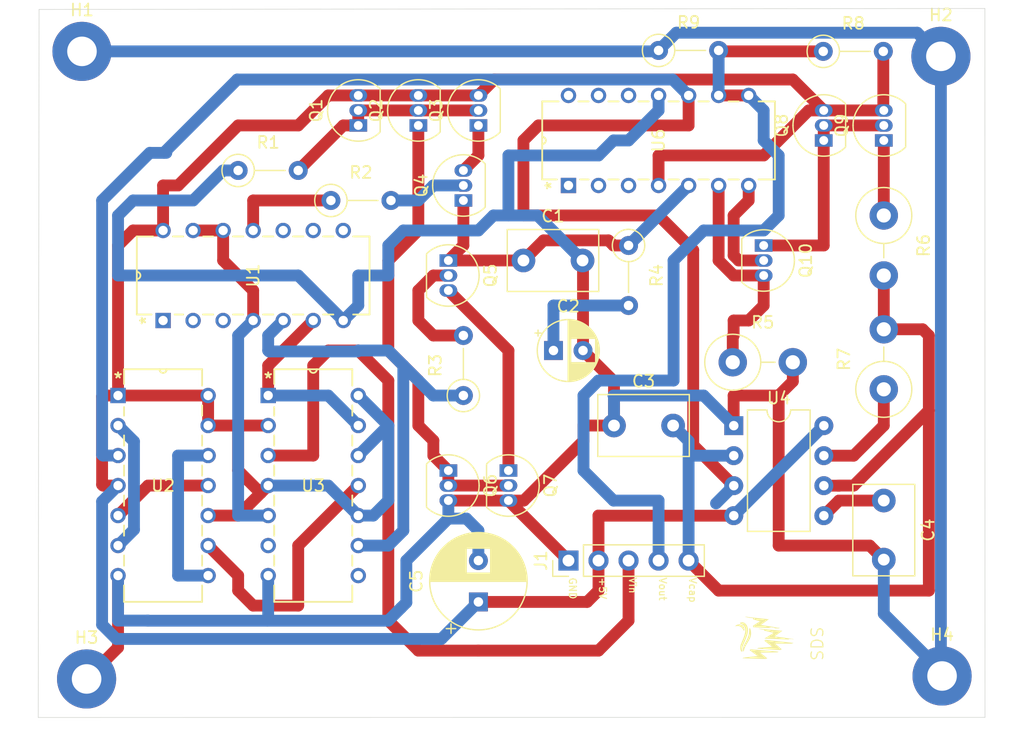
<source format=kicad_pcb>
(kicad_pcb (version 20240108) (generator "pcbnew") (generator_version "8.0")
  (layers (0 "F.Cu" signal) (31 "B.Cu" signal) (34 "B.Paste" user) (35 "F.Paste" user) (36 "B.SilkS" user "B.Silkscreen") (37 "F.SilkS" user "F.Silkscreen") (38 "B.Mask" user) (39 "F.Mask" user) (44 "Edge.Cuts" user))
  (net 0 "")
  (net 1 "Net-(Q4-C)")
  (net 2 "GND")
  (net 3 "Net-(C2-Pad1)")
  (net 4 "vcap")
  (net 5 "Net-(U4-CV)")
  (net 6 "vout")
  (net 7 "vin")
  (net 8 "VDD")
  (net 9 "Net-(Q1-B)")
  (net 10 "Net-(Q2-C)")
  (net 11 "Net-(Q3-C)")
  (net 12 "Net-(Q4-B)")
  (net 13 "Net-(Q5-E)")
  (net 14 "Net-(Q5-B)")
  (net 15 "Net-(Q10-C)")
  (net 16 "Net-(Q9-C)")
  (net 17 "Net-(Q10-E)")
  (net 18 "Net-(Q10-B)")
  (net 19 "Net-(U1-4Y)")
  (net 20 "Net-(U1-2B)")
  (net 21 "Net-(U4-DIS)")
  (net 22 "Net-(U1-2A)")
  (net 28 "Net-(U1-2Y)")
  (net 30 "Net-(U2-1CP)")
  (net 31 "Net-(U2-*2Q)")
  (net 32 "Net-(U6-3IN-)")
  (net 33 "Net-(U2-2Q)")
  (net 34 "Net-(U2-*1Q)")
  (net 43 "Net-(U2-1Q)")
  (footprint "CD74HCT74E:N14" (layer "F.Cu") (at 127 107.95)
    (property "Reference" "U3" (at -3.81 -7.62 0) (layer "F.SilkS"))
    (property "Value" "CD74HCT74E")
    (fp_text user "*" (at -7.62 -16.6497 0) (layer "F.SilkS"))
    (fp_text user "*" (at -7.62 -16.6497 0) (layer "F.SilkS"))
    (pad "1" thru_hole rect (at -7.62 -15.24) (size 1.2954 1.2954) (drill 0.7874) (layers "*.Cu" "*.Mask") (net 28 "Net-(U1-2Y)"))
    (pad "2" thru_hole circle (at -7.62 -12.7) (size 1.2954 1.2954) (drill 0.7874) (layers "*.Cu" "*.Mask") (net 8 "VDD"))
    (pad "3" thru_hole circle (at -7.62 -10.16) (size 1.2954 1.2954) (drill 0.7874) (layers "*.Cu" "*.Mask") (net 7 "vin"))
    (pad "4" thru_hole circle (at -7.62 -7.62) (size 1.2954 1.2954) (drill 0.7874) (layers "*.Cu" "*.Mask") (net 8 "VDD"))
    (pad "5" thru_hole circle (at -7.62 -5.08) (size 1.2954 1.2954) (drill 0.7874) (layers "*.Cu" "*.Mask") (net 22 "Net-(U1-2A)"))
    (pad "6" thru_hole circle (at -7.62 -2.54) (size 1.2954 1.2954) (drill 0.7874) (layers "*.Cu" "*.Mask"))
    (pad "7" thru_hole circle (at -7.62 0) (size 1.2954 1.2954) (drill 0.7874) (layers "*.Cu" "*.Mask") (net 2 "GND"))
    (pad "8" thru_hole circle (at 0 0) (size 1.2954 1.2954) (drill 0.7874) (layers "*.Cu" "*.Mask"))
    (pad "9" thru_hole circle (at 0 -2.54) (size 1.2954 1.2954) (drill 0.7874) (layers "*.Cu" "*.Mask") (net 20 "Net-(U1-2B)"))
    (pad "10" thru_hole circle (at 0 -5.08) (size 1.2954 1.2954) (drill 0.7874) (layers "*.Cu" "*.Mask") (net 8 "VDD"))
    (pad "11" thru_hole circle (at 0 -7.62) (size 1.2954 1.2954) (drill 0.7874) (layers "*.Cu" "*.Mask") (net 33 "Net-(U2-2Q)"))
    (pad "12" thru_hole circle (at 0 -10.16) (size 1.2954 1.2954) (drill 0.7874) (layers "*.Cu" "*.Mask") (net 8 "VDD"))
    (pad "13" thru_hole circle (at 0 -12.7) (size 1.2954 1.2954) (drill 0.7874) (layers "*.Cu" "*.Mask") (net 28 "Net-(U1-2Y)"))
    (pad "14" thru_hole circle (at 0 -15.24) (size 1.2954 1.2954) (drill 0.7874) (layers "*.Cu" "*.Mask") (net 8 "VDD"))
  )
  (footprint "Resistor_THT:R_Axial_DIN0414_L11.9mm_D4.5mm_P5.08mm_Vertical" (layer "F.Cu") (at 158.6755 89.8923)
    (property "Reference" "R5" (at 2.54 -3.37 0) (layer "F.SilkS"))
    (property "Value" "1k")
    (pad "1" thru_hole circle (at 0 0) (size 2.4 2.4) (drill 1.2) (layers "*.Cu" "*.Mask") (net 17 "Net-(Q10-E)"))
    (pad "2" thru_hole oval (at 5.08 0) (size 2.4 2.4) (drill 1.2) (layers "*.Cu" "*.Mask") (net 2 "GND"))
  )
  (footprint "LM324AN:N14" (layer "F.Cu") (at 160.02 67.31 90)
    (property "Reference" "U6" (at -3.81 -7.62 90) (layer "F.SilkS"))
    (property "Value" "LM324AN")
    (fp_text user "*" (at -7.62 -16.6497 90) (layer "F.SilkS"))
    (fp_text user "*" (at -7.62 -16.6497 90) (layer "F.SilkS"))
    (pad "1" thru_hole rect (at -7.62 -15.24 90) (size 1.2954 1.2954) (drill 0.7874) (layers "*.Cu" "*.Mask"))
    (pad "2" thru_hole circle (at -7.62 -12.7 90) (size 1.2954 1.2954) (drill 0.7874) (layers "*.Cu" "*.Mask"))
    (pad "3" thru_hole circle (at -7.62 -10.16 90) (size 1.2954 1.2954) (drill 0.7874) (layers "*.Cu" "*.Mask"))
    (pad "4" thru_hole circle (at -7.62 -7.62 90) (size 1.2954 1.2954) (drill 0.7874) (layers "*.Cu" "*.Mask") (net 8 "VDD"))
    (pad "5" thru_hole circle (at -7.62 -5.08 90) (size 1.2954 1.2954) (drill 0.7874) (layers "*.Cu" "*.Mask") (net 1 "Net-(Q4-C)"))
    (pad "6" thru_hole circle (at -7.62 -2.54 90) (size 1.2954 1.2954) (drill 0.7874) (layers "*.Cu" "*.Mask") (net 17 "Net-(Q10-E)"))
    (pad "7" thru_hole circle (at -7.62 0 90) (size 1.2954 1.2954) (drill 0.7874) (layers "*.Cu" "*.Mask") (net 18 "Net-(Q10-B)"))
    (pad "8" thru_hole circle (at 0 0 90) (size 1.2954 1.2954) (drill 0.7874) (layers "*.Cu" "*.Mask") (net 6 "vout"))
    (pad "9" thru_hole circle (at 0 -2.54 90) (size 1.2954 1.2954) (drill 0.7874) (layers "*.Cu" "*.Mask") (net 32 "Net-(U6-3IN-)"))
    (pad "10" thru_hole circle (at 0 -5.08 90) (size 1.2954 1.2954) (drill 0.7874) (layers "*.Cu" "*.Mask") (net 30 "Net-(U2-1CP)"))
    (pad "11" thru_hole circle (at 0 -7.62 90) (size 1.2954 1.2954) (drill 0.7874) (layers "*.Cu" "*.Mask") (net 2 "GND"))
    (pad "12" thru_hole circle (at 0 -10.16 90) (size 1.2954 1.2954) (drill 0.7874) (layers "*.Cu" "*.Mask"))
    (pad "13" thru_hole circle (at 0 -12.7 90) (size 1.2954 1.2954) (drill 0.7874) (layers "*.Cu" "*.Mask"))
    (pad "14" thru_hole circle (at 0 -15.24 90) (size 1.2954 1.2954) (drill 0.7874) (layers "*.Cu" "*.Mask"))
  )
  (footprint "Resistor_THT:R_Axial_DIN0414_L11.9mm_D4.5mm_P5.08mm_Vertical" (layer "F.Cu") (at 171.45 92.185 90)
    (property "Reference" "R7" (at 2.54 -3.37 90) (layer "F.SilkS"))
    (property "Value" "100")
    (pad "1" thru_hole circle (at 0 0 90) (size 2.4 2.4) (drill 1.2) (layers "*.Cu" "*.Mask") (net 21 "Net-(U4-DIS)"))
    (pad "2" thru_hole oval (at 5.08 0 90) (size 2.4 2.4) (drill 1.2) (layers "*.Cu" "*.Mask") (net 4 "vcap"))
  )
  (footprint "Capacitor_THT:C_Disc_D7.5mm_W5.0mm_P5.00mm" (layer "F.Cu") (at 171.45 101.6 -90)
    (property "Reference" "C4" (at 2.5 -3.75 90) (layer "F.SilkS"))
    (property "Value" "10n")
    (pad "1" thru_hole circle (at 0 0 270) (size 2 2) (drill 1) (layers "*.Cu" "*.Mask") (net 5 "Net-(U4-CV)"))
    (pad "2" thru_hole circle (at 5 0 270) (size 2 2) (drill 1) (layers "*.Cu" "*.Mask") (net 2 "GND"))
  )
  (footprint "Resistor_THT:R_Axial_DIN0207_L6.3mm_D2.5mm_P5.08mm_Vertical" (layer "F.Cu") (at 166.33 63.58)
    (property "Reference" "R8" (at 2.54 -2.37 0) (layer "F.SilkS"))
    (property "Value" "5k")
    (pad "1" thru_hole circle (at 0 0) (size 1.6 1.6) (drill 0.8) (layers "*.Cu" "*.Mask") (net 32 "Net-(U6-3IN-)"))
    (pad "2" thru_hole oval (at 5.08 0) (size 1.6 1.6) (drill 0.8) (layers "*.Cu" "*.Mask") (net 8 "VDD"))
  )
  (footprint "Package_TO_SOT_THT:TO-92_Inline" (layer "F.Cu") (at 134.62 99.06 -90)
    (property "Reference" "Q6" (at 1.27 -3.56 90) (layer "F.SilkS"))
    (property "Value" "BC547")
    (pad "1" thru_hole rect (at 0 0 270) (size 1.05 1.5) (drill 0.75) (layers "*.Cu" "*.Mask") (net 10 "Net-(Q2-C)"))
    (pad "2" thru_hole oval (at 1.27 0 270) (size 1.05 1.5) (drill 0.75) (layers "*.Cu" "*.Mask") (net 10 "Net-(Q2-C)"))
    (pad "3" thru_hole oval (at 2.54 0 270) (size 1.05 1.5) (drill 0.75) (layers "*.Cu" "*.Mask") (net 2 "GND"))
  )
  (footprint "Resistor_THT:R_Axial_DIN0207_L6.3mm_D2.5mm_P5.08mm_Vertical" (layer "F.Cu") (at 116.84 73.66)
    (property "Reference" "R1" (at 2.54 -2.37 0) (layer "F.SilkS"))
    (property "Value" "10k")
    (pad "1" thru_hole circle (at 0 0) (size 1.6 1.6) (drill 0.8) (layers "*.Cu" "*.Mask") (net 2 "GND"))
    (pad "2" thru_hole oval (at 5.08 0) (size 1.6 1.6) (drill 0.8) (layers "*.Cu" "*.Mask") (net 9 "Net-(Q1-B)"))
  )
  (footprint "Resistor_THT:R_Axial_DIN0207_L6.3mm_D2.5mm_P5.08mm_Vertical" (layer "F.Cu") (at 149.86 80.01 -90)
    (property "Reference" "R4" (at 2.54 -2.37 90) (layer "F.SilkS"))
    (property "Value" "5.1k")
    (pad "1" thru_hole circle (at 0 0 270) (size 1.6 1.6) (drill 0.8) (layers "*.Cu" "*.Mask") (net 1 "Net-(Q4-C)"))
    (pad "2" thru_hole oval (at 5.08 0 270) (size 1.6 1.6) (drill 0.8) (layers "*.Cu" "*.Mask") (net 3 "Net-(C2-Pad1)"))
  )
  (footprint "MountingHole:MountingHole_2.5mm_Pad_TopBottom" (layer "F.Cu") (at 103.63 63.58)
    (property "Reference" "H1" (at 0 -3.5 0) (layer "F.SilkS"))
    (property "Value" "MountingHole_Pad")
    (pad "1" thru_hole circle (at 0 0) (size 2.9 2.9) (drill 2.5) (layers "*.Cu" "*.Mask") (net 2 "GND"))
    (pad "1" connect circle (at 0 0) (size 5 5) (layers "F.Cu" "F.Mask") (net 2 "GND"))
    (pad "1" connect circle (at 0 0) (size 5 5) (layers "B.Cu" "B.Mask") (net 2 "GND"))
  )
  (footprint "MountingHole:MountingHole_2.5mm_Pad_TopBottom" (layer "F.Cu") (at 176.38 116.45)
    (property "Reference" "H4" (at 0 -3.5 0) (layer "F.SilkS"))
    (property "Value" "MountingHole_Pad")
    (pad "1" thru_hole circle (at 0 0) (size 2.9 2.9) (drill 2.5) (layers "*.Cu" "*.Mask") (net 2 "GND"))
    (pad "1" connect circle (at 0 0) (size 5 5) (layers "F.Cu" "F.Mask") (net 2 "GND"))
    (pad "1" connect circle (at 0 0) (size 5 5) (layers "B.Cu" "B.Mask") (net 2 "GND"))
  )
  (footprint "Package_TO_SOT_THT:TO-92_Inline" (layer "F.Cu") (at 127 69.85 90)
    (property "Reference" "Q1" (at 1.27 -3.56 90) (layer "F.SilkS"))
    (property "Value" "BC557")
    (pad "1" thru_hole rect (at 0 0 90) (size 1.05 1.5) (drill 0.75) (layers "*.Cu" "*.Mask") (net 9 "Net-(Q1-B)"))
    (pad "2" thru_hole oval (at 1.27 0 90) (size 1.05 1.5) (drill 0.75) (layers "*.Cu" "*.Mask") (net 9 "Net-(Q1-B)"))
    (pad "3" thru_hole oval (at 2.54 0 90) (size 1.05 1.5) (drill 0.75) (layers "*.Cu" "*.Mask") (net 8 "VDD"))
  )
  (footprint "Package_TO_SOT_THT:TO-92_Inline" (layer "F.Cu") (at 135.89 76.2 90)
    (property "Reference" "Q4" (at 1.27 -3.56 90) (layer "F.SilkS"))
    (property "Value" "BC557")
    (pad "1" thru_hole rect (at 0 0 90) (size 1.05 1.5) (drill 0.75) (layers "*.Cu" "*.Mask") (net 1 "Net-(Q4-C)"))
    (pad "2" thru_hole oval (at 1.27 0 90) (size 1.05 1.5) (drill 0.75) (layers "*.Cu" "*.Mask") (net 12 "Net-(Q4-B)"))
    (pad "3" thru_hole oval (at 2.54 0 90) (size 1.05 1.5) (drill 0.75) (layers "*.Cu" "*.Mask") (net 11 "Net-(Q3-C)"))
  )
  (footprint "CD74HCT74E:N14" (layer "F.Cu") (at 114.3 107.95)
    (property "Reference" "U2" (at -3.81 -7.62 0) (layer "F.SilkS"))
    (property "Value" "CD74HCT74E")
    (fp_text user "*" (at -7.62 -16.6497 0) (layer "F.SilkS"))
    (fp_text user "*" (at -7.62 -16.6497 0) (layer "F.SilkS"))
    (pad "1" thru_hole rect (at -7.62 -15.24) (size 1.2954 1.2954) (drill 0.7874) (layers "*.Cu" "*.Mask") (net 8 "VDD"))
    (pad "2" thru_hole circle (at -7.62 -12.7) (size 1.2954 1.2954) (drill 0.7874) (layers "*.Cu" "*.Mask") (net 34 "Net-(U2-*1Q)"))
    (pad "3" thru_hole circle (at -7.62 -10.16) (size 1.2954 1.2954) (drill 0.7874) (layers "*.Cu" "*.Mask") (net 30 "Net-(U2-1CP)"))
    (pad "4" thru_hole circle (at -7.62 -7.62) (size 1.2954 1.2954) (drill 0.7874) (layers "*.Cu" "*.Mask") (net 8 "VDD"))
    (pad "5" thru_hole circle (at -7.62 -5.08) (size 1.2954 1.2954) (drill 0.7874) (layers "*.Cu" "*.Mask") (net 43 "Net-(U2-1Q)"))
    (pad "6" thru_hole circle (at -7.62 -2.54) (size 1.2954 1.2954) (drill 0.7874) (layers "*.Cu" "*.Mask") (net 34 "Net-(U2-*1Q)"))
    (pad "7" thru_hole circle (at -7.62 0) (size 1.2954 1.2954) (drill 0.7874) (layers "*.Cu" "*.Mask") (net 2 "GND"))
    (pad "8" thru_hole circle (at 0 0) (size 1.2954 1.2954) (drill 0.7874) (layers "*.Cu" "*.Mask") (net 31 "Net-(U2-*2Q)"))
    (pad "9" thru_hole circle (at 0 -2.54) (size 1.2954 1.2954) (drill 0.7874) (layers "*.Cu" "*.Mask") (net 33 "Net-(U2-2Q)"))
    (pad "10" thru_hole circle (at 0 -5.08) (size 1.2954 1.2954) (drill 0.7874) (layers "*.Cu" "*.Mask") (net 8 "VDD"))
    (pad "11" thru_hole circle (at 0 -7.62) (size 1.2954 1.2954) (drill 0.7874) (layers "*.Cu" "*.Mask") (net 43 "Net-(U2-1Q)"))
    (pad "12" thru_hole circle (at 0 -10.16) (size 1.2954 1.2954) (drill 0.7874) (layers "*.Cu" "*.Mask") (net 31 "Net-(U2-*2Q)"))
    (pad "13" thru_hole circle (at 0 -12.7) (size 1.2954 1.2954) (drill 0.7874) (layers "*.Cu" "*.Mask") (net 8 "VDD"))
    (pad "14" thru_hole circle (at 0 -15.24) (size 1.2954 1.2954) (drill 0.7874) (layers "*.Cu" "*.Mask") (net 8 "VDD"))
  )
  (footprint "Package_TO_SOT_THT:TO-92_Inline" (layer "F.Cu") (at 132.08 69.85 90)
    (property "Reference" "Q2" (at 1.27 -3.56 90) (layer "F.SilkS"))
    (property "Value" "BC557")
    (pad "1" thru_hole rect (at 0 0 90) (size 1.05 1.5) (drill 0.75) (layers "*.Cu" "*.Mask") (net 10 "Net-(Q2-C)"))
    (pad "2" thru_hole oval (at 1.27 0 90) (size 1.05 1.5) (drill 0.75) (layers "*.Cu" "*.Mask") (net 9 "Net-(Q1-B)"))
    (pad "3" thru_hole oval (at 2.54 0 90) (size 1.05 1.5) (drill 0.75) (layers "*.Cu" "*.Mask") (net 8 "VDD"))
  )
  (footprint "Package_TO_SOT_THT:TO-92_Inline" (layer "F.Cu") (at 166.37 71.12 90)
    (property "Reference" "Q8" (at 1.27 -3.56 90) (layer "F.SilkS"))
    (property "Value" "BC557")
    (pad "1" thru_hole rect (at 0 0 90) (size 1.05 1.5) (drill 0.75) (layers "*.Cu" "*.Mask") (net 15 "Net-(Q10-C)"))
    (pad "2" thru_hole oval (at 1.27 0 90) (size 1.05 1.5) (drill 0.75) (layers "*.Cu" "*.Mask") (net 15 "Net-(Q10-C)"))
    (pad "3" thru_hole oval (at 2.54 0 90) (size 1.05 1.5) (drill 0.75) (layers "*.Cu" "*.Mask") (net 8 "VDD"))
  )
  (footprint "Package_TO_SOT_THT:TO-92_Inline" (layer "F.Cu") (at 139.7 99.06 -90)
    (property "Reference" "Q7" (at 1.27 -3.56 90) (layer "F.SilkS"))
    (property "Value" "BC547")
    (pad "1" thru_hole rect (at 0 0 270) (size 1.05 1.5) (drill 0.75) (layers "*.Cu" "*.Mask") (net 13 "Net-(Q5-E)"))
    (pad "2" thru_hole oval (at 1.27 0 270) (size 1.05 1.5) (drill 0.75) (layers "*.Cu" "*.Mask") (net 10 "Net-(Q2-C)"))
    (pad "3" thru_hole oval (at 2.54 0 270) (size 1.05 1.5) (drill 0.75) (layers "*.Cu" "*.Mask") (net 2 "GND"))
  )
  (footprint "Resistor_THT:R_Axial_DIN0207_L6.3mm_D2.5mm_P5.08mm_Vertical" (layer "F.Cu") (at 152.4 63.5)
    (property "Reference" "R9" (at 2.54 -2.37 0) (layer "F.SilkS"))
    (property "Value" "5k")
    (pad "1" thru_hole circle (at 0 0) (size 1.6 1.6) (drill 0.8) (layers "*.Cu" "*.Mask") (net 2 "GND"))
    (pad "2" thru_hole oval (at 5.08 0) (size 1.6 1.6) (drill 0.8) (layers "*.Cu" "*.Mask") (net 32 "Net-(U6-3IN-)"))
  )
  (footprint "Package_TO_SOT_THT:TO-92_Inline" (layer "F.Cu") (at 161.29 80.01 -90)
    (property "Reference" "Q10" (at 1.27 -3.56 90) (layer "F.SilkS"))
    (property "Value" "BC547")
    (pad "1" thru_hole rect (at 0 0 270) (size 1.05 1.5) (drill 0.75) (layers "*.Cu" "*.Mask") (net 15 "Net-(Q10-C)"))
    (pad "2" thru_hole oval (at 1.27 0 270) (size 1.05 1.5) (drill 0.75) (layers "*.Cu" "*.Mask") (net 18 "Net-(Q10-B)"))
    (pad "3" thru_hole oval (at 2.54 0 270) (size 1.05 1.5) (drill 0.75) (layers "*.Cu" "*.Mask") (net 17 "Net-(Q10-E)"))
  )
  (footprint "Resistor_THT:R_Axial_DIN0207_L6.3mm_D2.5mm_P5.08mm_Vertical" (layer "F.Cu") (at 135.89 92.71 90)
    (property "Reference" "R3" (at 2.54 -2.37 90) (layer "F.SilkS"))
    (property "Value" "10k")
    (pad "1" thru_hole circle (at 0 0 90) (size 1.6 1.6) (drill 0.8) (layers "*.Cu" "*.Mask") (net 20 "Net-(U1-2B)"))
    (pad "2" thru_hole oval (at 5.08 0 90) (size 1.6 1.6) (drill 0.8) (layers "*.Cu" "*.Mask") (net 14 "Net-(Q5-B)"))
  )
  (footprint "Package_TO_SOT_THT:TO-92_Inline" (layer "F.Cu") (at 171.45 71.12 90)
    (property "Reference" "Q9" (at 1.27 -3.56 90) (layer "F.SilkS"))
    (property "Value" "BC557")
    (pad "1" thru_hole rect (at 0 0 90) (size 1.05 1.5) (drill 0.75) (layers "*.Cu" "*.Mask") (net 16 "Net-(Q9-C)"))
    (pad "2" thru_hole oval (at 1.27 0 90) (size 1.05 1.5) (drill 0.75) (layers "*.Cu" "*.Mask") (net 15 "Net-(Q10-C)"))
    (pad "3" thru_hole oval (at 2.54 0 90) (size 1.05 1.5) (drill 0.75) (layers "*.Cu" "*.Mask") (net 8 "VDD"))
  )
  (footprint "Capacitor_THT:CP_Radial_D8.0mm_P3.50mm" (layer "F.Cu") (at 137.16 110.18 90)
    (property "Reference" "C5" (at 1.75 -5.25 90) (layer "F.SilkS"))
    (property "Value" "220u")
    (pad "1" thru_hole rect (at 0 0 90) (size 1.6 1.6) (drill 0.8) (layers "*.Cu" "*.Mask") (net 8 "VDD"))
    (pad "2" thru_hole circle (at 3.5 0 90) (size 1.6 1.6) (drill 0.8) (layers "*.Cu" "*.Mask") (net 2 "GND"))
  )
  (footprint "Package_TO_SOT_THT:TO-92_Inline" (layer "F.Cu") (at 137.16 69.85 90)
    (property "Reference" "Q3" (at 1.27 -3.56 90) (layer "F.SilkS"))
    (property "Value" "BC557")
    (pad "1" thru_hole rect (at 0 0 90) (size 1.05 1.5) (drill 0.75) (layers "*.Cu" "*.Mask") (net 11 "Net-(Q3-C)"))
    (pad "2" thru_hole oval (at 1.27 0 90) (size 1.05 1.5) (drill 0.75) (layers "*.Cu" "*.Mask") (net 9 "Net-(Q1-B)"))
    (pad "3" thru_hole oval (at 2.54 0 90) (size 1.05 1.5) (drill 0.75) (layers "*.Cu" "*.Mask") (net 8 "VDD"))
  )
  (footprint "MountingHole:MountingHole_2.5mm_Pad_TopBottom" (layer "F.Cu") (at 104.02 116.7)
    (property "Reference" "H3" (at 0 -3.5 0) (layer "F.SilkS"))
    (property "Value" "MountingHole_Pad")
    (pad "1" thru_hole circle (at 0 0) (size 2.9 2.9) (drill 2.5) (layers "*.Cu" "*.Mask") (net 2 "GND"))
    (pad "1" connect circle (at 0 0) (size 5 5) (layers "F.Cu" "F.Mask") (net 2 "GND"))
    (pad "1" connect circle (at 0 0) (size 5 5) (layers "B.Cu" "B.Mask") (net 2 "GND"))
  )
  (footprint "Capacitor_THT:C_Disc_D7.5mm_W5.0mm_P5.00mm" (layer "F.Cu") (at 140.97 81.28)
    (property "Reference" "C1" (at 2.5 -3.75 0) (layer "F.SilkS"))
    (property "Value" "10n")
    (pad "1" thru_hole circle (at 0 0) (size 2 2) (drill 1) (layers "*.Cu" "*.Mask") (net 1 "Net-(Q4-C)"))
    (pad "2" thru_hole circle (at 5 0) (size 2 2) (drill 1) (layers "*.Cu" "*.Mask") (net 2 "GND"))
  )
  (footprint "Package_DIP:DIP-8_W7.62mm" (layer "F.Cu") (at 158.76 95.26)
    (property "Reference" "U4" (at 3.81 -2.33 0) (layer "F.SilkS"))
    (property "Value" "NA555P")
    (pad "1" thru_hole rect (at 0 0) (size 1.6 1.6) (drill 0.8) (layers "*.Cu" "*.Mask") (net 2 "GND"))
    (pad "2" thru_hole oval (at 0 2.54) (size 1.6 1.6) (drill 0.8) (layers "*.Cu" "*.Mask") (net 4 "vcap"))
    (pad "3" thru_hole oval (at 0 5.08) (size 1.6 1.6) (drill 0.8) (layers "*.Cu" "*.Mask") (net 30 "Net-(U2-1CP)"))
    (pad "4" thru_hole oval (at 0 7.62) (size 1.6 1.6) (drill 0.8) (layers "*.Cu" "*.Mask") (net 8 "VDD"))
    (pad "5" thru_hole oval (at 7.62 7.62) (size 1.6 1.6) (drill 0.8) (layers "*.Cu" "*.Mask") (net 5 "Net-(U4-CV)"))
    (pad "6" thru_hole oval (at 7.62 5.08) (size 1.6 1.6) (drill 0.8) (layers "*.Cu" "*.Mask") (net 4 "vcap"))
    (pad "7" thru_hole oval (at 7.62 2.54) (size 1.6 1.6) (drill 0.8) (layers "*.Cu" "*.Mask") (net 21 "Net-(U4-DIS)"))
    (pad "8" thru_hole oval (at 7.62 0) (size 1.6 1.6) (drill 0.8) (layers "*.Cu" "*.Mask") (net 8 "VDD"))
  )
  (footprint "Capacitor_THT:CP_Radial_D5.0mm_P2.50mm" (layer "F.Cu") (at 143.51 88.9)
    (property "Reference" "C2" (at 1.25 -3.75 0) (layer "F.SilkS"))
    (property "Value" "100n")
    (pad "1" thru_hole rect (at 0 0) (size 1.6 1.6) (drill 0.8) (layers "*.Cu" "*.Mask") (net 3 "Net-(C2-Pad1)"))
    (pad "2" thru_hole circle (at 2.5 0) (size 1.6 1.6) (drill 0.8) (layers "*.Cu" "*.Mask") (net 2 "GND"))
  )
  (footprint "Resistor_THT:R_Axial_DIN0207_L6.3mm_D2.5mm_P5.08mm_Vertical" (layer "F.Cu") (at 124.685 76.2)
    (property "Reference" "R2" (at 2.54 -2.37 0) (layer "F.SilkS"))
    (property "Value" "10k")
    (pad "1" thru_hole circle (at 0 0) (size 1.6 1.6) (drill 0.8) (layers "*.Cu" "*.Mask") (net 19 "Net-(U1-4Y)"))
    (pad "2" thru_hole oval (at 5.08 0) (size 1.6 1.6) (drill 0.8) (layers "*.Cu" "*.Mask") (net 12 "Net-(Q4-B)"))
  )
  (footprint "CD74HCT00E:N14" (layer "F.Cu") (at 125.73 78.74 90)
    (property "Reference" "U1" (at -3.81 -7.62 90) (layer "F.SilkS"))
    (property "Value" "CD74HCT00E")
    (fp_text user "*" (at -7.62 -16.6497 90) (layer "F.SilkS"))
    (fp_text user "*" (at -7.62 -16.6497 90) (layer "F.SilkS"))
    (pad "1" thru_hole rect (at -7.62 -15.24 90) (size 1.2954 1.2954) (drill 0.7874) (layers "*.Cu" "*.Mask"))
    (pad "2" thru_hole circle (at -7.62 -12.7 90) (size 1.2954 1.2954) (drill 0.7874) (layers "*.Cu" "*.Mask"))
    (pad "3" thru_hole circle (at -7.62 -10.16 90) (size 1.2954 1.2954) (drill 0.7874) (layers "*.Cu" "*.Mask"))
    (pad "4" thru_hole circle (at -7.62 -7.62 90) (size 1.2954 1.2954) (drill 0.7874) (layers "*.Cu" "*.Mask") (net 22 "Net-(U1-2A)"))
    (pad "5" thru_hole circle (at -7.62 -5.08 90) (size 1.2954 1.2954) (drill 0.7874) (layers "*.Cu" "*.Mask") (net 20 "Net-(U1-2B)"))
    (pad "6" thru_hole circle (at -7.62 -2.54 90) (size 1.2954 1.2954) (drill 0.7874) (layers "*.Cu" "*.Mask") (net 28 "Net-(U1-2Y)"))
    (pad "7" thru_hole circle (at -7.62 0 90) (size 1.2954 1.2954) (drill 0.7874) (layers "*.Cu" "*.Mask") (net 2 "GND"))
    (pad "8" thru_hole circle (at 0 0 90) (size 1.2954 1.2954) (drill 0.7874) (layers "*.Cu" "*.Mask"))
    (pad "9" thru_hole circle (at 0 -2.54 90) (size 1.2954 1.2954) (drill 0.7874) (layers "*.Cu" "*.Mask"))
    (pad "10" thru_hole circle (at 0 -5.08 90) (size 1.2954 1.2954) (drill 0.7874) (layers "*.Cu" "*.Mask"))
    (pad "11" thru_hole circle (at 0 -7.62 90) (size 1.2954 1.2954) (drill 0.7874) (layers "*.Cu" "*.Mask") (net 19 "Net-(U1-4Y)"))
    (pad "12" thru_hole circle (at 0 -10.16 90) (size 1.2954 1.2954) (drill 0.7874) (layers "*.Cu" "*.Mask") (net 22 "Net-(U1-2A)"))
    (pad "13" thru_hole circle (at 0 -12.7 90) (size 1.2954 1.2954) (drill 0.7874) (layers "*.Cu" "*.Mask") (net 22 "Net-(U1-2A)"))
    (pad "14" thru_hole circle (at 0 -15.24 90) (size 1.2954 1.2954) (drill 0.7874) (layers "*.Cu" "*.Mask") (net 8 "VDD"))
  )
  (footprint "Connector_PinHeader_2.54mm:PinHeader_1x05_P2.54mm_Vertical" (layer "F.Cu") (at 144.78 106.68 90)
    (property "Reference" "J1" (at 0 -2.33 90) (layer "F.SilkS"))
    (property "Value" "Conn_01x05_Pin")
    (pad "1" thru_hole rect (at 0 0 90) (size 1.7 1.7) (drill 1) (layers "*.Cu" "*.Mask") (net 2 "GND"))
    (pad "2" thru_hole oval (at 0 2.54 90) (size 1.7 1.7) (drill 1) (layers "*.Cu" "*.Mask") (net 8 "VDD"))
    (pad "3" thru_hole oval (at 0 5.08 90) (size 1.7 1.7) (drill 1) (layers "*.Cu" "*.Mask") (net 7 "vin"))
    (pad "4" thru_hole oval (at 0 7.62 90) (size 1.7 1.7) (drill 1) (layers "*.Cu" "*.Mask") (net 6 "vout"))
    (pad "5" thru_hole oval (at 0 10.16 90) (size 1.7 1.7) (drill 1) (layers "*.Cu" "*.Mask") (net 4 "vcap"))
  )
  (footprint "logo:Logo" (layer "F.Cu") (at 161.34 113.46 90)
    (property "Reference" "," (hide yes))
    (property "Value" "." (hide yes))
  )
  (footprint "MountingHole:MountingHole_2.5mm_Pad_TopBottom" (layer "F.Cu") (at 176.28 64)
    (property "Reference" "H2" (at 0 -3.5 0) (layer "F.SilkS"))
    (property "Value" "MountingHole_Pad")
    (pad "1" thru_hole circle (at 0 0) (size 2.9 2.9) (drill 2.5) (layers "*.Cu" "*.Mask") (net 2 "GND"))
    (pad "1" connect circle (at 0 0) (size 5 5) (layers "F.Cu" "F.Mask") (net 2 "GND"))
    (pad "1" connect circle (at 0 0) (size 5 5) (layers "B.Cu" "B.Mask") (net 2 "GND"))
  )
  (footprint "Resistor_THT:R_Axial_DIN0414_L11.9mm_D4.5mm_P5.08mm_Vertical" (layer "F.Cu") (at 171.45 77.47 -90)
    (property "Reference" "R6" (at 2.54 -3.37 90) (layer "F.SilkS"))
    (property "Value" "100")
    (pad "1" thru_hole circle (at 0 0 270) (size 2.4 2.4) (drill 1.2) (layers "*.Cu" "*.Mask") (net 16 "Net-(Q9-C)"))
    (pad "2" thru_hole oval (at 5.08 0 270) (size 2.4 2.4) (drill 1.2) (layers "*.Cu" "*.Mask") (net 4 "vcap"))
  )
  (footprint "Package_TO_SOT_THT:TO-92_Inline" (layer "F.Cu") (at 134.62 81.28 -90)
    (property "Reference" "Q5" (at 1.27 -3.56 90) (layer "F.SilkS"))
    (property "Value" "BC547")
    (pad "1" thru_hole rect (at 0 0 270) (size 1.05 1.5) (drill 0.75) (layers "*.Cu" "*.Mask") (net 1 "Net-(Q4-C)"))
    (pad "2" thru_hole oval (at 1.27 0 270) (size 1.05 1.5) (drill 0.75) (layers "*.Cu" "*.Mask") (net 14 "Net-(Q5-B)"))
    (pad "3" thru_hole oval (at 2.54 0 270) (size 1.05 1.5) (drill 0.75) (layers "*.Cu" "*.Mask") (net 13 "Net-(Q5-E)"))
  )
  (footprint "Capacitor_THT:C_Disc_D7.5mm_W5.0mm_P5.00mm" (layer "F.Cu") (at 148.63 95.25)
    (property "Reference" "C3" (at 2.5 -3.75 0) (layer "F.SilkS"))
    (property "Value" "10n")
    (pad "1" thru_hole circle (at 0 0) (size 2 2) (drill 1) (layers "*.Cu" "*.Mask") (net 2 "GND"))
    (pad "2" thru_hole circle (at 5 0) (size 2 2) (drill 1) (layers "*.Cu" "*.Mask") (net 4 "vcap"))
  )
  (gr_line (start 99.93 119.96) (end 100 60.03) (stroke (width 0.05)) (layer "Edge.Cuts"))
  (gr_line (start 180.01 119.95) (end 99.93 119.96) (stroke (width 0.05)) (layer "Edge.Cuts"))
  (gr_line (start 100 60.03) (end 180 59.95) (stroke (width 0.05)) (layer "Edge.Cuts"))
  (gr_line (start 180 59.95) (end 180.01 119.95) (stroke (width 0.05)) (layer "Edge.Cuts"))
  (gr_text "   Vin" (at 149.86 106.68 270) (layer "F.SilkS") (effects (font (size 0.6 0.6) (thickness 0.1)) (justify left bottom)))
  (gr_text " SDS\n" (at 166.42 116 90) (layer "F.SilkS") (effects (font (size 1 1) (thickness 0.1)) (justify left bottom)))
  (gr_text "   GND" (at 144.78 106.68 270) (layer "F.SilkS") (effects (font (size 0.6 0.6) (thickness 0.1)) (justify left bottom)))
  (gr_text "   +5V" (at 147.32 106.68 270) (layer "F.SilkS") (effects (font (size 0.6 0.6) (thickness 0.1)) (justify left bottom)))
  (gr_text "   Vout" (at 152.4 106.68 -90) (layer "F.SilkS") (effects (font (size 0.6 0.6) (thickness 0.1)) (justify left bottom)))
  (gr_text "   Vcap" (at 154.94 106.68 -90) (layer "F.SilkS") (effects (font (size 0.6 0.6) (thickness 0.1)) (justify left bottom)))
  (segment (start 135.89 76.2) (end 135.89 80.01) (width 1) (layer "F.Cu") (net 1))
  (segment (start 142.67 79.58) (end 140.97 81.28) (width 1) (layer "F.Cu") (net 1))
  (segment (start 149.86 80.01) (end 148.59 80.01) (width 1) (layer "F.Cu") (net 1))
  (segment (start 135.89 80.01) (end 134.62 81.28) (width 1) (layer "F.Cu") (net 1))
  (segment (start 148.16 79.58) (end 142.67 79.58) (width 1) (layer "F.Cu") (net 1))
  (segment (start 148.59 80.01) (end 148.16 79.58) (width 1) (layer "F.Cu") (net 1))
  (segment (start 134.62 81.28) (end 140.97 81.28) (width 1) (layer "F.Cu") (net 1))
  (segment (start 154.94 74.93) (end 149.86 80.01) (width 1) (layer "B.Cu") (net 1))
  (segment (start 162.56 92.71) (end 162.56 105.41) (width 1) (layer "F.Cu") (net 2))
  (segment (start 163.7555 91.5145) (end 162.56 92.71) (width 1) (layer "F.Cu") (net 2))
  (segment (start 148.63 91.52) (end 146.01 88.9) (width 1) (layer "F.Cu") (net 2))
  (segment (start 146.01 88.9) (end 146.01 81.32) (width 1) (layer "F.Cu") (net 2))
  (segment (start 146.01 81.32) (end 145.97 81.28) (width 1) (layer "F.Cu") (net 2))
  (segment (start 139.7 101.6) (end 144.78 106.68) (width 1) (layer "F.Cu") (net 2))
  (segment (start 158.75 92.71) (end 158.75 95.25) (width 1) (layer "F.Cu") (net 2))
  (segment (start 134.62 101.6) (end 139.7 101.6) (width 1) (layer "F.Cu") (net 2))
  (segment (start 170.26 105.41) (end 171.45 106.6) (width 1) (layer "F.Cu") (net 2))
  (segment (start 162.56 105.41) (end 170.26 105.41) (width 1) (layer "F.Cu") (net 2))
  (segment (start 146.05 96.55) (end 146.05 95.25) (width 1) (layer "F.Cu") (net 2))
  (segment (start 148.63 95.25) (end 148.63 91.52) (width 1) (layer "F.Cu") (net 2))
  (segment (start 163.7555 89.8923) (end 163.7555 91.5145) (width 1) (layer "F.Cu") (net 2))
  (segment (start 146.05 95.25) (end 148.63 95.25) (width 1) (layer "F.Cu") (net 2))
  (segment (start 158.75 95.25) (end 158.76 95.26) (width 1) (layer "F.Cu") (net 2))
  (segment (start 139.7 101.6) (end 141 101.6) (width 1) (layer "F.Cu") (net 2))
  (segment (start 106.68 107.95) (end 106.68 114.04) (width 1) (layer "F.Cu") (net 2))
  (segment (start 162.56 92.71) (end 158.75 92.71) (width 1) (layer "F.Cu") (net 2))
  (segment (start 141 101.6) (end 146.05 96.55) (width 1) (layer "F.Cu") (net 2))
  (segment (start 106.68 114.04) (end 104.02 116.7) (width 1) (layer "F.Cu") (net 2))
  (segment (start 109.19 111.76) (end 109.2 111.77) (width 1) (layer "B.Cu") (net 2))
  (segment (start 174.28 62) (end 176.28 64) (width 1) (layer "B.Cu") (net 2))
  (segment (start 134.62 101.6) (end 134.62 103.125) (width 1) (layer "B.Cu") (net 2))
  (segment (start 137.16 104.14) (end 137.16 106.68) (width 1) (layer "B.Cu") (net 2))
  (segment (start 171.45 111.18) (end 175.34 115.07) (width 1) (layer "B.Cu") (net 2))
  (segment (start 134.62 103.125) (end 131.065 106.68) (width 1) (layer "B.Cu") (net 2))
  (segment (start 119.38 107.95) (end 119.38 111.7) (width 1) (layer "B.Cu") (net 2))
  (segment (start 116.84 73.66) (end 115.57 73.66) (width 1) (layer "B.Cu") (net 2))
  (segment (start 137.16 78.74) (end 130.81 78.74) (width 1) (layer "B.Cu") (net 2))
  (segment (start 106.68 82.55) (end 121.92 82.55) (width 1) (layer "B.Cu") (net 2))
  (segment (start 106.68 77.47) (end 106.68 82.55) (width 1) (layer "B.Cu") (net 2))
  (segment (start 153.9 62) (end 174.28 62) (width 1) (layer "B.Cu") (net 2))
  (segment (start 152.4 67.31) (end 152.4 68.58) (width 1) (layer "B.Cu") (net 2))
  (segment (start 119.31 111.77) (end 129.53 111.77) (width 1) (layer "B.Cu") (net 2))
  (segment (start 148.59 71.12) (end 147.32 72.39) (width 1) (layer "B.Cu") (net 2))
  (segment (start 136.145 103.125) (end 137.16 104.14) (width 1) (layer "B.Cu") (net 2))
  (segment (start 171.45 106.6) (end 171.45 111.18) (width 1) (layer "B.Cu") (net 2))
  (segment (start 127 82.55) (end 127 85.09) (width 1) (layer "B.Cu") (net 2))
  (segment (start 147.32 72.39) (end 139.7 72.39) (width 1) (layer "B.Cu") (net 2))
  (segment (start 176.28 116.35) (end 176.38 116.45) (width 1) (layer "B.Cu") (net 2))
  (segment (start 115.57 73.66) (end 113.03 76.2) (width 1) (layer "B.Cu") (net 2))
  (segment (start 119.38 111.7) (end 119.31 111.77) (width 1) (layer "B.Cu") (net 2))
  (segment (start 139.7 77.47) (end 138.43 77.47) (width 1) (layer "B.Cu") (net 2))
  (segment (start 103.63 63.58) (end 152.32 63.58) (width 1) (layer "B.Cu") (net 2))
  (segment (start 139.7 77.47) (end 142.16 77.47) (width 1) (layer "B.Cu") (net 2))
  (segment (start 130.81 78.74) (end 129.54 80.01) (width 1) (layer "B.Cu") (net 2))
  (segment (start 129.54 80.01) (end 129.54 82.55) (width 1) (layer "B.Cu") (net 2))
  (segment (start 152.4 68.58) (end 149.86 71.12) (width 1) (layer "B.Cu") (net 2))
  (segment (start 134.62 103.125) (end 136.145 103.125) (width 1) (layer "B.Cu") (net 2))
  (segment (start 107.95 76.2) (end 106.68 77.47) (width 1) (layer "B.Cu") (net 2))
  (segment (start 156.21 92.71) (end 148.59 92.71) (width 1) (layer "B.Cu") (net 2))
  (segment (start 127 85.09) (end 125.73 86.36) (width 1) (layer "B.Cu") (net 2))
  (segment (start 149.86 71.12) (end 148.59 71.12) (width 1) (layer "B.Cu") (net 2))
  (segment (start 129.53 111.77) (end 130.61 110.69) (width 1) (layer "B.Cu") (net 2))
  (segment (start 148.59 92.71) (end 148.63 92.75) (width 1) (layer "B.Cu") (net 2))
  (segment (start 176.28 64) (end 176.28 116.35) (width 1) (layer "B.Cu") (net 2))
  (segment (start 131.065 110.235) (end 130.61 110.69) (width 1) (layer "B.Cu") (net 2))
  (segment (start 152.32 63.58) (end 152.4 63.5) (width 1) (layer "B.Cu") (net 2))
  (segment (start 106.68 107.95) (end 106.68 111.76) (width 1) (layer "B.Cu") (net 2))
  (segment (start 142.16 77.47) (end 145.97 81.28) (width 1) (layer "B.Cu") (net 2))
  (segment (start 148.63 92.75) (end 148.63 95.25) (width 1) (layer "B.Cu") (net 2))
  (segment (start 109.2 111.77) (end 119.31 111.77) (width 1) (layer "B.Cu") (net 2))
  (segment (start 131.065 106.68) (end 131.065 110.235) (width 1) (layer "B.Cu") (net 2))
  (segment (start 152.4 63.5) (end 153.9 62) (width 1) (layer "B.Cu") (net 2))
  (segment (start 158.76 95.26) (end 156.21 92.71) (width 1) (layer "B.Cu") (net 2))
  (segment (start 138.43 77.47) (end 137.16 78.74) (width 1) (layer "B.Cu") (net 2))
  (segment (start 121.92 82.55) (end 125.73 86.36) (width 1) (layer "B.Cu") (net 2))
  (segment (start 113.03 76.2) (end 107.95 76.2) (width 1) (layer "B.Cu") (net 2))
  (segment (start 106.68 111.76) (end 109.19 111.76) (width 1) (layer "B.Cu") (net 2))
  (segment (start 139.7 72.39) (end 139.7 77.47) (width 1) (layer "B.Cu") (net 2))
  (segment (start 129.54 82.55) (end 127 82.55) (width 1) (layer "B.Cu") (net 2))
  (segment (start 149.86 85.09) (end 143.51 85.09) (width 1) (layer "B.Cu") (net 3))
  (segment (start 143.51 86.36) (end 143.51 85.09) (width 1) (layer "B.Cu") (net 3))
  (segment (start 143.51 88.9) (end 143.51 86.36) (width 1) (layer "B.Cu") (net 3))
  (segment (start 174.735 87.105) (end 175.26 87.63) (width 1) (layer "F.Cu") (net 4))
  (segment (start 175.26 93.98) (end 175.26 109.22) (width 1) (layer "F.Cu") (net 4))
  (segment (start 171.45 87.105) (end 174.735 87.105) (width 1) (layer "F.Cu") (net 4))
  (segment (start 175.26 87.63) (end 175.26 93.98) (width 1) (layer "F.Cu") (net 4))
  (segment (start 157.48 109.22) (end 154.94 106.68) (width 1) (layer "F.Cu") (net 4))
  (segment (start 167.64 100.33) (end 167.63 100.34) (width 1) (layer "F.Cu") (net 4))
  (segment (start 168.91 100.33) (end 167.64 100.33) (width 1) (layer "F.Cu") (net 4))
  (segment (start 175.26 93.98) (end 168.91 100.33) (width 1) (layer "F.Cu") (net 4))
  (segment (start 167.63 100.34) (end 166.38 100.34) (width 1) (layer "F.Cu") (net 4))
  (segment (start 175.26 109.22) (end 157.48 109.22) (width 1) (layer "F.Cu") (net 4))
  (segment (start 171.45 82.55) (end 171.45 87.105) (width 1) (layer "F.Cu") (net 4))
  (segment (start 158.76 97.8) (end 154.95 97.8) (width 1) (layer "B.Cu") (net 4))
  (segment (start 154.94 97.79) (end 154.94 96.56) (width 1) (layer "B.Cu") (net 4))
  (segment (start 154.94 97.79) (end 154.94 106.68) (width 1) (layer "B.Cu") (net 4))
  (segment (start 154.94 96.56) (end 153.63 95.25) (width 1) (layer "B.Cu") (net 4))
  (segment (start 154.95 97.8) (end 154.94 97.79) (width 1) (layer "B.Cu") (net 4))
  (segment (start 167.66 101.6) (end 166.38 102.88) (width 1) (layer "F.Cu") (net 5))
  (segment (start 171.45 101.6) (end 167.66 101.6) (width 1) (layer "F.Cu") (net 5))
  (segment (start 157.48 67.31) (end 160.02 67.31) (width 1) (layer "F.Cu") (net 6))
  (segment (start 162.56 77.47) (end 161.29 78.74) (width 1) (layer "B.Cu") (net 6))
  (segment (start 153.67 81.28) (end 153.67 91.44) (width 1) (layer "B.Cu") (net 6))
  (segment (start 146.05 92.71) (end 146.05 99.06) (width 1) (layer "B.Cu") (net 6))
  (segment (start 160.02 67.31) (end 161.29 68.58) (width 1) (layer "B.Cu") (net 6))
  (segment (start 147.32 91.44) (end 146.05 92.71) (width 1) (layer "B.Cu") (net 6))
  (segment (start 161.29 68.58) (end 161.29 71.12) (width 1) (layer "B.Cu") (net 6))
  (segment (start 156.21 78.74) (end 153.67 81.28) (width 1) (layer "B.Cu") (net 6))
  (segment (start 153.67 91.44) (end 147.32 91.44) (width 1) (layer "B.Cu") (net 6))
  (segment (start 161.29 71.12) (end 162.56 72.39) (width 1) (layer "B.Cu") (net 6))
  (segment (start 162.56 72.39) (end 162.56 77.47) (width 1) (layer "B.Cu") (net 6))
  (segment (start 146.05 99.06) (end 148.59 101.6) (width 1) (layer "B.Cu") (net 6))
  (segment (start 161.29 78.74) (end 156.21 78.74) (width 1) (layer "B.Cu") (net 6))
  (segment (start 152.4 101.6) (end 152.4 106.68) (width 1) (layer "B.Cu") (net 6))
  (segment (start 148.59 101.6) (end 152.4 101.6) (width 1) (layer "B.Cu") (net 6))
  (segment (start 129.54 91.44) (end 129.54 111.76) (width 1) (layer "F.Cu") (net 7))
  (segment (start 132.08 114.3) (end 137.16 114.3) (width 1) (layer "F.Cu") (net 7))
  (segment (start 124.46 88.9) (end 127 88.9) (width 1) (layer "F.Cu") (net 7))
  (segment (start 137.16 114.3) (end 147.32 114.3) (width 1) (layer "F.Cu") (net 7))
  (segment (start 127 88.9) (end 129.54 91.44) (width 1) (layer "F.Cu") (net 7))
  (segment (start 123.19 90.17) (end 124.46 88.9) (width 1) (layer "F.Cu") (net 7))
  (segment (start 123.19 97.79) (end 123.19 90.17) (width 1) (layer "F.Cu") (net 7))
  (segment (start 147.32 114.3) (end 149.86 111.76) (width 1) (layer "F.Cu") (net 7))
  (segment (start 129.54 111.76) (end 132.08 114.3) (width 1) (layer "F.Cu") (net 7))
  (segment (start 149.86 111.76) (end 149.86 106.68) (width 1) (layer "F.Cu") (net 7))
  (segment (start 119.38 97.79) (end 123.19 97.79) (width 1) (layer "F.Cu") (net 7))
  (segment (start 116.84 99.06) (end 118.745 100.965) (width 1) (layer "F.Cu") (net 8))
  (segment (start 110.49 74.93) (end 111.76 74.93) (width 1) (layer "F.Cu") (net 8))
  (segment (start 105.41 100.33) (end 106.68 100.33) (width 1) (layer "F.Cu") (net 8))
  (segment (start 146.36 110.18) (end 147.32 109.22) (width 1) (layer "F.Cu") (net 8))
  (segment (start 171.41 68.54) (end 171.45 68.58) (width 1) (layer "F.Cu") (net 8))
  (segment (start 166.37 68.58) (end 171.45 68.58) (width 1) (layer "F.Cu") (net 8))
  (segment (start 152.4 74.93) (end 152.4 72.39) (width 1) (layer "F.Cu") (net 8))
  (segment (start 114.3 92.71) (end 114.3 95.25) (width 1) (layer "F.Cu") (net 8))
  (segment (start 118.745 100.965) (end 119.38 100.33) (width 1) (layer "F.Cu") (net 8))
  (segment (start 124.46 67.31) (end 127 67.31) (width 1) (layer "F.Cu") (net 8))
  (segment (start 110.49 78.74) (end 107.95 78.74) (width 1) (layer "F.Cu") (net 8))
  (segment (start 105.41 92.71) (end 105.3323 92.7877) (width 1) (layer "F.Cu") (net 8))
  (segment (start 147.33 102.88) (end 147.32 102.87) (width 1) (layer "F.Cu") (net 8))
  (segment (start 147.32 102.87) (end 147.32 106.68) (width 1) (layer "F.Cu") (net 8))
  (segment (start 106.68 80.01) (end 106.68 92.71) (width 1) (layer "F.Cu") (net 8))
  (segment (start 106.68 92.71) (end 114.3 92.71) (width 1) (layer "F.Cu") (net 8))
  (segment (start 165.1 68.58) (end 166.37 68.58) (width 1) (layer "F.Cu") (net 8))
  (segment (start 137.16 110.18) (end 146.36 110.18) (width 1) (layer "F.Cu") (net 8))
  (segment (start 116.84 102.87) (end 118.745 100.965) (width 1) (layer "F.Cu") (net 8))
  (segment (start 116.84 95.25) (end 119.38 95.25) (width 1) (layer "F.Cu") (net 8))
  (segment (start 105.3323 92.7877) (end 105.3323 100.2523) (width 1) (layer "F.Cu") (net 8))
  (segment (start 111.76 74.93) (end 116.84 69.85) (width 1) (layer "F.Cu") (net 8))
  (segment (start 147.32 109.22) (end 147.32 106.68) (width 1) (layer "F.Cu") (net 8))
  (segment (start 107.95 78.74) (end 106.68 80.01) (width 1) (layer "F.Cu") (net 8))
  (segment (start 105.3323 100.2523) (end 105.41 100.33) (width 1) (layer "F.Cu") (net 8))
  (segment (start 114.3 95.25) (end 116.84 95.25) (width 1) (layer "F.Cu") (net 8))
  (segment (start 116.84 95.25) (end 116.84 99.06) (width 1) (layer "F.Cu") (net 8))
  (segment (start 152.4 72.39) (end 161.29 72.39) (width 1) (layer "F.Cu") (net 8))
  (segment (start 163.7523 65.9623) (end 138.5077 65.9623) (width 1) (layer "F.Cu") (net 8))
  (segment (start 158.76 102.88) (end 147.33 102.88) (width 1) (layer "F.Cu") (net 8))
  (segment (start 166.37 68.58) (end 163.7523 65.9623) (width 1) (layer "F.Cu") (net 8))
  (segment (start 127 67.31) (end 137.16 67.31) (width 1) (layer "F.Cu") (net 8))
  (segment (start 138.5077 65.9623) (end 137.16 67.31) (width 1) (layer "F.Cu") (net 8))
  (segment (start 116.84 69.85) (end 121.92 69.85) (width 1) (layer "F.Cu") (net 8))
  (segment (start 106.68 92.71) (end 105.41 92.71) (width 1) (layer "F.Cu") (net 8))
  (segment (start 110.49 78.74) (end 110.49 74.93) (width 1) (layer "F.Cu") (net 8))
  (segment (start 171.41 63.58) (end 171.41 68.54) (width 1) (layer "F.Cu") (net 8))
  (segment (start 114.3 102.87) (end 116.84 102.87) (width 1) (layer "F.Cu") (net 8))
  (segment (start 161.29 72.39) (end 165.1 68.58) (width 1) (layer "F.Cu") (net 8))
  (segment (start 121.92 69.85) (end 124.46 67.31) (width 1) (layer "F.Cu") (net 8))
  (segment (start 129.54 95.25) (end 129.54 101.6) (width 1) (layer "B.Cu") (net 8))
  (segment (start 119.38 100.33) (end 124.46 100.33) (width 1) (layer "B.Cu") (net 8))
  (segment (start 105.3323 112.109356) (end 106.536472 113.313528) (width 1) (layer "B.Cu") (net 8))
  (segment (start 128.27 102.87) (end 127 102.87) (width 1) (layer "B.Cu") (net 8))
  (segment (start 106.68 100.33) (end 105.3323 101.6777) (width 1) (layer "B.Cu") (net 8))
  (segment (start 129.54 101.6) (end 128.27 102.87) (width 1) (layer "B.Cu") (net 8))
  (segment (start 166.38 95.26) (end 158.76 102.88) (width 1) (layer "B.Cu") (net 8))
  (segment (start 106.536472 113.313528) (end 134.026472 113.313528) (width 1) (layer "B.Cu") (net 8))
  (segment (start 105.3323 101.6777) (end 105.3323 112.109356) (width 1) (layer "B.Cu") (net 8))
  (segment (start 129.54 95.25) (end 127 97.79) (width 1) (layer "B.Cu") (net 8))
  (segment (start 134.026472 113.313528) (end 137.16 110.18) (width 1) (layer "B.Cu") (net 8))
  (segment (start 127 92.71) (end 129.54 95.25) (width 1) (layer "B.Cu") (net 8))
  (segment (start 124.46 100.33) (end 127 102.87) (width 1) (layer "B.Cu") (net 8))
  (segment (start 127 68.58) (end 137.16 68.58) (width 1) (layer "F.Cu") (net 9))
  (segment (start 125.73 69.85) (end 121.92 73.66) (width 1) (layer "F.Cu") (net 9))
  (segment (start 127 68.58) (end 127 69.85) (width 1) (layer "F.Cu") (net 9))
  (segment (start 127 69.85) (end 125.73 69.85) (width 1) (layer "F.Cu") (net 9))
  (segment (start 133.35 97.79) (end 134.62 99.06) (width 1) (layer "F.Cu") (net 10))
  (segment (start 134.62 99.06) (end 134.62 100.33) (width 1) (layer "F.Cu") (net 10))
  (segment (start 133.35 96.52) (end 133.35 97.79) (width 1) (layer "F.Cu") (net 10))
  (segment (start 132.08 95.25) (end 133.35 96.52) (width 1) (layer "F.Cu") (net 10))
  (segment (start 129.54 81.28) (end 129.54 88.9) (width 1) (layer "F.Cu") (net 10))
  (segment (start 134.62 100.33) (end 139.7 100.33) (width 1) (layer "F.Cu") (net 10))
  (segment (start 132.08 69.85) (end 132.08 78.74) (width 1) (layer "F.Cu") (net 10))
  (segment (start 132.08 78.74) (end 129.54 81.28) (width 1) (layer "F.Cu") (net 10))
  (segment (start 132.08 91.44) (end 132.08 95.25) (width 1) (layer "F.Cu") (net 10))
  (segment (start 129.54 88.9) (end 132.08 91.44) (width 1) (layer "F.Cu") (net 10))
  (segment (start 137.16 69.85) (end 137.16 72.39) (width 1) (layer "F.Cu") (net 11))
  (segment (start 137.16 72.39) (end 135.89 73.66) (width 1) (layer "F.Cu") (net 11))
  (segment (start 133.35 74.93) (end 132.08 76.2) (width 1) (layer "B.Cu") (net 12))
  (segment (start 132.08 76.2) (end 129.765 76.2) (width 1) (layer "B.Cu") (net 12))
  (segment (start 135.89 74.93) (end 133.35 74.93) (width 1) (layer "B.Cu") (net 12))
  (segment (start 139.7 88.9) (end 139.7 99.06) (width 1) (layer "F.Cu") (net 13))
  (segment (start 134.62 83.82) (end 139.7 88.9) (width 1) (layer "F.Cu") (net 13))
  (segment (start 132.08 86.36) (end 132.08 83.82) (width 1) (layer "F.Cu") (net 14))
  (segment (start 133.35 82.55) (end 132.08 83.82) (width 1) (layer "F.Cu") (net 14))
  (segment (start 133.35 87.63) (end 132.08 86.36) (width 1) (layer "F.Cu") (net 14))
  (segment (start 135.89 87.63) (end 133.35 87.63) (width 1) (layer "F.Cu") (net 14))
  (segment (start 134.62 82.55) (end 133.35 82.55) (width 1) (layer "F.Cu") (net 14))
  (segment (start 166.37 69.85) (end 166.37 71.12) (width 1) (layer "F.Cu") (net 15))
  (segment (start 166.37 80.01) (end 161.29 80.01) (width 1) (layer "F.Cu") (net 15))
  (segment (start 166.37 71.12) (end 166.37 80.01) (width 1) (layer "F.Cu") (net 15))
  (segment (start 166.37 69.85) (end 171.45 69.85) (width 1) (layer "F.Cu") (net 15))
  (segment (start 171.45 71.12) (end 171.45 77.47) (width 1) (layer "F.Cu") (net 16))
  (segment (start 158.75 86.36) (end 158.75 87.63) (width 1) (layer "F.Cu") (net 17))
  (segment (start 157.48 74.93) (end 157.48 81.28) (width 1) (layer "F.Cu") (net 17))
  (segment (start 158.6755 87.7045) (end 158.6755 89.8923) (width 1) (layer "F.Cu") (net 17))
  (segment (start 161.29 85.09) (end 160.02 86.36) (width 1) (layer "F.Cu") (net 17))
  (segment (start 157.48 81.28) (end 158.75 82.55) (width 1) (layer "F.Cu") (net 17))
  (segment (start 161.29 82.55) (end 161.29 85.09) (width 1) (layer "F.Cu") (net 17))
  (segment (start 158.75 82.55) (end 161.29 82.55) (width 1) (layer "F.Cu") (net 17))
  (segment (start 160.02 86.36) (end 158.75 86.36) (width 1) (layer "F.Cu") (net 17))
  (segment (start 158.75 87.63) (end 158.6755 87.7045) (width 1) (layer "F.Cu") (net 17))
  (segment (start 158.75 77.47) (end 158.75 80.852944) (width 1) (layer "F.Cu") (net 18))
  (segment (start 158.75 80.852944) (end 159.177056 81.28) (width 1) (layer "F.Cu") (net 18))
  (segment (start 160.02 74.93) (end 160.02 76.2) (width 1) (layer "F.Cu") (net 18))
  (segment (start 160.02 76.2) (end 158.75 77.47) (width 1) (layer "F.Cu") (net 18))
  (segment (start 159.177056 81.28) (end 161.29 81.28) (width 1) (layer "F.Cu") (net 18))
  (segment (start 118.11 76.2) (end 124.685 76.2) (width 1) (layer "F.Cu") (net 19))
  (segment (start 118.11 78.74) (end 118.11 76.2) (width 1) (layer "F.Cu") (net 19))
  (segment (start 130.81 104.14) (end 129.54 105.41) (width 1) (layer "B.Cu") (net 20))
  (segment (start 119.38 87.63) (end 119.38 88.9) (width 1) (layer "B.Cu") (net 20))
  (segment (start 126.9223 88.9777) (end 127 88.9) (width 1) (layer "B.Cu") (net 20))
  (segment (start 127 88.9) (end 129.54 88.9) (width 1) (layer "B.Cu") (net 20))
  (segment (start 129.54 88.9) (end 130.81 90.17) (width 1) (layer "B.Cu") (net 20))
  (segment (start 119.4577 88.9777) (end 126.9223 88.9777) (width 1) (layer "B.Cu") (net 20))
  (segment (start 129.54 105.41) (end 127 105.41) (width 1) (layer "B.Cu") (net 20))
  (segment (start 130.81 90.17) (end 133.35 92.71) (width 1) (layer "B.Cu") (net 20))
  (segment (start 120.65 86.36) (end 119.38 87.63) (width 1) (layer "B.Cu") (net 20))
  (segment (start 130.81 90.17) (end 130.81 104.14) (width 1) (layer "B.Cu") (net 20))
  (segment (start 119.38 88.9) (end 119.4577 88.9777) (width 1) (layer "B.Cu") (net 20))
  (segment (start 133.35 92.71) (end 135.89 92.71) (width 1) (layer "B.Cu") (net 20))
  (segment (start 171.45 95.25) (end 168.9 97.8) (width 1) (layer "F.Cu") (net 21))
  (segment (start 171.45 92.185) (end 171.45 95.25) (width 1) (layer "F.Cu") (net 21))
  (segment (start 168.9 97.8) (end 166.38 97.8) (width 1) (layer "F.Cu") (net 21))
  (segment (start 113.03 78.74) (end 115.57 78.74) (width 1) (layer "F.Cu") (net 22))
  (segment (start 115.57 81.28) (end 118.11 83.82) (width 1) (layer "F.Cu") (net 22))
  (segment (start 115.57 78.74) (end 115.57 81.28) (width 1) (layer "F.Cu") (net 22))
  (segment (start 118.11 83.82) (end 118.11 86.36) (width 1) (layer "F.Cu") (net 22))
  (segment (start 116.84 102.87) (end 119.38 102.87) (width 1) (layer "B.Cu") (net 22))
  (segment (start 118.11 86.36) (end 116.84 87.63) (width 1) (layer "B.Cu") (net 22))
  (segment (start 116.84 87.63) (end 116.84 102.87) (width 1) (layer "B.Cu") (net 22))
  (segment (start 123.19 86.36) (end 119.38 90.17) (width 1) (layer "F.Cu") (net 28))
  (segment (start 119.38 90.17) (end 119.38 92.71) (width 1) (layer "F.Cu") (net 28))
  (segment (start 124.46 92.71) (end 127 95.25) (width 1) (layer "B.Cu") (net 28))
  (segment (start 119.38 92.71) (end 124.46 92.71) (width 1) (layer "B.Cu") (net 28))
  (segment (start 155.33 96.91) (end 158.76 100.34) (width 1) (layer "F.Cu") (net 30))
  (segment (start 152.4 77.47) (end 155.33 80.4) (width 1) (layer "F.Cu") (net 30))
  (segment (start 142.24 69.85) (end 140.97 71.12) (width 1) (layer "F.Cu") (net 30))
  (segment (start 154.94 67.31) (end 154.94 69.85) (width 1) (layer "F.Cu") (net 30))
  (segment (start 155.33 80.4) (end 155.33 96.91) (width 1) (layer "F.Cu") (net 30))
  (segment (start 154.94 69.85) (end 142.24 69.85) (width 1) (layer "F.Cu") (net 30))
  (segment (start 140.97 71.12) (end 140.97 77.47) (width 1) (layer "F.Cu") (net 30))
  (segment (start 140.97 77.47) (end 152.4 77.47) (width 1) (layer "F.Cu") (net 30))
  (segment (start 105.41 97.79) (end 105.3323 97.7123) (width 1) (layer "B.Cu") (net 30))
  (segment (start 110.5646 72.16) (end 116.7623 65.9623) (width 1) (layer "B.Cu") (net 30))
  (segment (start 157.26 101.84) (end 158.76 100.34) (width 1) (layer "B.Cu") (net 30))
  (segment (start 116.7623 65.9623) (end 153.5923 65.9623) (width 1) (layer "B.Cu") (net 30))
  (segment (start 109.5723 72.17) (end 110.7646 72.17) (width 1) (layer "B.Cu") (net 30))
  (segment (start 106.68 97.79) (end 105.41 97.79) (width 1) (layer "B.Cu") (net 30))
  (segment (start 105.3323 97.7123) (end 105.3323 76.2) (width 1) (layer "B.Cu") (net 30))
  (segment (start 105.3323 76.2) (end 109.3723 72.16) (width 1) (layer "B.Cu") (net 30))
  (segment (start 153.5923 65.9623) (end 154.94 67.31) (width 1) (layer "B.Cu") (net 30))
  (segment (start 111.76 97.79) (end 111.76 107.95) (width 1) (layer "B.Cu") (net 31))
  (segment (start 114.3 97.79) (end 111.76 97.79) (width 1) (layer "B.Cu") (net 31))
  (segment (start 111.76 107.95) (end 114.3 107.95) (width 1) (layer "B.Cu") (net 31))
  (segment (start 157.56 63.58) (end 157.48 63.5) (width 1) (layer "F.Cu") (net 32))
  (segment (start 166.33 63.58) (end 157.56 63.58) (width 1) (layer "F.Cu") (net 32))
  (segment (start 157.48 63.5) (end 157.48 67.31) (width 1) (layer "B.Cu") (net 32))
  (segment (start 116.84 109.22) (end 116.84 107.95) (width 1) (layer "F.Cu") (net 33))
  (segment (start 127 100.33) (end 121.92 105.41) (width 1) (layer "F.Cu") (net 33))
  (segment (start 121.92 110.49) (end 118.11 110.49) (width 1) (layer "F.Cu") (net 33))
  (segment (start 118.11 110.49) (end 116.84 109.22) (width 1) (layer "F.Cu") (net 33))
  (segment (start 116.84 107.95) (end 114.3 105.41) (width 1) (layer "F.Cu") (net 33))
  (segment (start 121.92 105.41) (end 121.92 110.49) (width 1) (layer "F.Cu") (net 33))
  (segment (start 108.0277 104.0623) (end 108.0277 96.5977) (width 1) (layer "B.Cu") (net 34))
  (segment (start 106.68 95.25) (end 108.0277 96.5977) (width 1) (layer "B.Cu") (net 34))
  (segment (start 106.68 105.41) (end 108.0277 104.0623) (width 1) (layer "B.Cu") (net 34))
  (segment (start 114.3 100.33) (end 109.22 100.33) (width 1) (layer "F.Cu") (net 43))
  (segment (start 109.22 100.33) (end 106.68 102.87) (width 1) (layer "F.Cu") (net 43))
)
</source>
